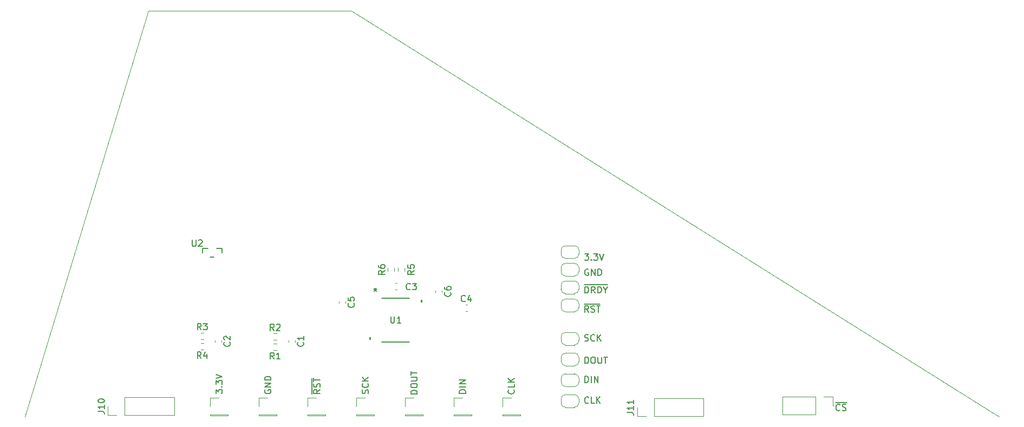
<source format=gbr>
%TF.GenerationSoftware,KiCad,Pcbnew,9.0.2*%
%TF.CreationDate,2025-09-07T15:39:00-04:00*%
%TF.ProjectId,SGTC_Center,53475443-5f43-4656-9e74-65722e6b6963,rev?*%
%TF.SameCoordinates,Original*%
%TF.FileFunction,Legend,Top*%
%TF.FilePolarity,Positive*%
%FSLAX46Y46*%
G04 Gerber Fmt 4.6, Leading zero omitted, Abs format (unit mm)*
G04 Created by KiCad (PCBNEW 9.0.2) date 2025-09-07 15:39:00*
%MOMM*%
%LPD*%
G01*
G04 APERTURE LIST*
%ADD10C,0.100000*%
%ADD11C,0.150000*%
%ADD12C,0.120000*%
%ADD13C,0.152400*%
%ADD14C,0.000000*%
%ADD15C,0.200000*%
G04 APERTURE END LIST*
D10*
X75857060Y-76584924D02*
X107607060Y-76584924D01*
X107607060Y-76584924D02*
X208925000Y-140075000D01*
X56557060Y-140084924D02*
X75857060Y-76584924D01*
D11*
X184033333Y-139059580D02*
X183985714Y-139107200D01*
X183985714Y-139107200D02*
X183842857Y-139154819D01*
X183842857Y-139154819D02*
X183747619Y-139154819D01*
X183747619Y-139154819D02*
X183604762Y-139107200D01*
X183604762Y-139107200D02*
X183509524Y-139011961D01*
X183509524Y-139011961D02*
X183461905Y-138916723D01*
X183461905Y-138916723D02*
X183414286Y-138726247D01*
X183414286Y-138726247D02*
X183414286Y-138583390D01*
X183414286Y-138583390D02*
X183461905Y-138392914D01*
X183461905Y-138392914D02*
X183509524Y-138297676D01*
X183509524Y-138297676D02*
X183604762Y-138202438D01*
X183604762Y-138202438D02*
X183747619Y-138154819D01*
X183747619Y-138154819D02*
X183842857Y-138154819D01*
X183842857Y-138154819D02*
X183985714Y-138202438D01*
X183985714Y-138202438D02*
X184033333Y-138250057D01*
X184414286Y-139107200D02*
X184557143Y-139154819D01*
X184557143Y-139154819D02*
X184795238Y-139154819D01*
X184795238Y-139154819D02*
X184890476Y-139107200D01*
X184890476Y-139107200D02*
X184938095Y-139059580D01*
X184938095Y-139059580D02*
X184985714Y-138964342D01*
X184985714Y-138964342D02*
X184985714Y-138869104D01*
X184985714Y-138869104D02*
X184938095Y-138773866D01*
X184938095Y-138773866D02*
X184890476Y-138726247D01*
X184890476Y-138726247D02*
X184795238Y-138678628D01*
X184795238Y-138678628D02*
X184604762Y-138631009D01*
X184604762Y-138631009D02*
X184509524Y-138583390D01*
X184509524Y-138583390D02*
X184461905Y-138535771D01*
X184461905Y-138535771D02*
X184414286Y-138440533D01*
X184414286Y-138440533D02*
X184414286Y-138345295D01*
X184414286Y-138345295D02*
X184461905Y-138250057D01*
X184461905Y-138250057D02*
X184509524Y-138202438D01*
X184509524Y-138202438D02*
X184604762Y-138154819D01*
X184604762Y-138154819D02*
X184842857Y-138154819D01*
X184842857Y-138154819D02*
X184985714Y-138202438D01*
X183323810Y-137877200D02*
X185076191Y-137877200D01*
X110262600Y-136490839D02*
X110310219Y-136347982D01*
X110310219Y-136347982D02*
X110310219Y-136109887D01*
X110310219Y-136109887D02*
X110262600Y-136014649D01*
X110262600Y-136014649D02*
X110214980Y-135967030D01*
X110214980Y-135967030D02*
X110119742Y-135919411D01*
X110119742Y-135919411D02*
X110024504Y-135919411D01*
X110024504Y-135919411D02*
X109929266Y-135967030D01*
X109929266Y-135967030D02*
X109881647Y-136014649D01*
X109881647Y-136014649D02*
X109834028Y-136109887D01*
X109834028Y-136109887D02*
X109786409Y-136300363D01*
X109786409Y-136300363D02*
X109738790Y-136395601D01*
X109738790Y-136395601D02*
X109691171Y-136443220D01*
X109691171Y-136443220D02*
X109595933Y-136490839D01*
X109595933Y-136490839D02*
X109500695Y-136490839D01*
X109500695Y-136490839D02*
X109405457Y-136443220D01*
X109405457Y-136443220D02*
X109357838Y-136395601D01*
X109357838Y-136395601D02*
X109310219Y-136300363D01*
X109310219Y-136300363D02*
X109310219Y-136062268D01*
X109310219Y-136062268D02*
X109357838Y-135919411D01*
X110214980Y-134919411D02*
X110262600Y-134967030D01*
X110262600Y-134967030D02*
X110310219Y-135109887D01*
X110310219Y-135109887D02*
X110310219Y-135205125D01*
X110310219Y-135205125D02*
X110262600Y-135347982D01*
X110262600Y-135347982D02*
X110167361Y-135443220D01*
X110167361Y-135443220D02*
X110072123Y-135490839D01*
X110072123Y-135490839D02*
X109881647Y-135538458D01*
X109881647Y-135538458D02*
X109738790Y-135538458D01*
X109738790Y-135538458D02*
X109548314Y-135490839D01*
X109548314Y-135490839D02*
X109453076Y-135443220D01*
X109453076Y-135443220D02*
X109357838Y-135347982D01*
X109357838Y-135347982D02*
X109310219Y-135205125D01*
X109310219Y-135205125D02*
X109310219Y-135109887D01*
X109310219Y-135109887D02*
X109357838Y-134967030D01*
X109357838Y-134967030D02*
X109405457Y-134919411D01*
X110310219Y-134490839D02*
X109310219Y-134490839D01*
X110310219Y-133919411D02*
X109738790Y-134347982D01*
X109310219Y-133919411D02*
X109881647Y-134490839D01*
X133024180Y-135914592D02*
X133071800Y-135962211D01*
X133071800Y-135962211D02*
X133119419Y-136105068D01*
X133119419Y-136105068D02*
X133119419Y-136200306D01*
X133119419Y-136200306D02*
X133071800Y-136343163D01*
X133071800Y-136343163D02*
X132976561Y-136438401D01*
X132976561Y-136438401D02*
X132881323Y-136486020D01*
X132881323Y-136486020D02*
X132690847Y-136533639D01*
X132690847Y-136533639D02*
X132547990Y-136533639D01*
X132547990Y-136533639D02*
X132357514Y-136486020D01*
X132357514Y-136486020D02*
X132262276Y-136438401D01*
X132262276Y-136438401D02*
X132167038Y-136343163D01*
X132167038Y-136343163D02*
X132119419Y-136200306D01*
X132119419Y-136200306D02*
X132119419Y-136105068D01*
X132119419Y-136105068D02*
X132167038Y-135962211D01*
X132167038Y-135962211D02*
X132214657Y-135914592D01*
X133119419Y-135009830D02*
X133119419Y-135486020D01*
X133119419Y-135486020D02*
X132119419Y-135486020D01*
X133119419Y-134676496D02*
X132119419Y-134676496D01*
X133119419Y-134105068D02*
X132547990Y-134533639D01*
X132119419Y-134105068D02*
X132690847Y-134676496D01*
X144146779Y-120769819D02*
X144146779Y-119769819D01*
X144146779Y-119769819D02*
X144384874Y-119769819D01*
X144384874Y-119769819D02*
X144527731Y-119817438D01*
X144527731Y-119817438D02*
X144622969Y-119912676D01*
X144622969Y-119912676D02*
X144670588Y-120007914D01*
X144670588Y-120007914D02*
X144718207Y-120198390D01*
X144718207Y-120198390D02*
X144718207Y-120341247D01*
X144718207Y-120341247D02*
X144670588Y-120531723D01*
X144670588Y-120531723D02*
X144622969Y-120626961D01*
X144622969Y-120626961D02*
X144527731Y-120722200D01*
X144527731Y-120722200D02*
X144384874Y-120769819D01*
X144384874Y-120769819D02*
X144146779Y-120769819D01*
X145718207Y-120769819D02*
X145384874Y-120293628D01*
X145146779Y-120769819D02*
X145146779Y-119769819D01*
X145146779Y-119769819D02*
X145527731Y-119769819D01*
X145527731Y-119769819D02*
X145622969Y-119817438D01*
X145622969Y-119817438D02*
X145670588Y-119865057D01*
X145670588Y-119865057D02*
X145718207Y-119960295D01*
X145718207Y-119960295D02*
X145718207Y-120103152D01*
X145718207Y-120103152D02*
X145670588Y-120198390D01*
X145670588Y-120198390D02*
X145622969Y-120246009D01*
X145622969Y-120246009D02*
X145527731Y-120293628D01*
X145527731Y-120293628D02*
X145146779Y-120293628D01*
X146146779Y-120769819D02*
X146146779Y-119769819D01*
X146146779Y-119769819D02*
X146384874Y-119769819D01*
X146384874Y-119769819D02*
X146527731Y-119817438D01*
X146527731Y-119817438D02*
X146622969Y-119912676D01*
X146622969Y-119912676D02*
X146670588Y-120007914D01*
X146670588Y-120007914D02*
X146718207Y-120198390D01*
X146718207Y-120198390D02*
X146718207Y-120341247D01*
X146718207Y-120341247D02*
X146670588Y-120531723D01*
X146670588Y-120531723D02*
X146622969Y-120626961D01*
X146622969Y-120626961D02*
X146527731Y-120722200D01*
X146527731Y-120722200D02*
X146384874Y-120769819D01*
X146384874Y-120769819D02*
X146146779Y-120769819D01*
X147337255Y-120293628D02*
X147337255Y-120769819D01*
X147003922Y-119769819D02*
X147337255Y-120293628D01*
X147337255Y-120293628D02*
X147670588Y-119769819D01*
X144008684Y-119492200D02*
X147665827Y-119492200D01*
X125499419Y-136443220D02*
X124499419Y-136443220D01*
X124499419Y-136443220D02*
X124499419Y-136205125D01*
X124499419Y-136205125D02*
X124547038Y-136062268D01*
X124547038Y-136062268D02*
X124642276Y-135967030D01*
X124642276Y-135967030D02*
X124737514Y-135919411D01*
X124737514Y-135919411D02*
X124927990Y-135871792D01*
X124927990Y-135871792D02*
X125070847Y-135871792D01*
X125070847Y-135871792D02*
X125261323Y-135919411D01*
X125261323Y-135919411D02*
X125356561Y-135967030D01*
X125356561Y-135967030D02*
X125451800Y-136062268D01*
X125451800Y-136062268D02*
X125499419Y-136205125D01*
X125499419Y-136205125D02*
X125499419Y-136443220D01*
X125499419Y-135443220D02*
X124499419Y-135443220D01*
X125499419Y-134967030D02*
X124499419Y-134967030D01*
X124499419Y-134967030D02*
X125499419Y-134395602D01*
X125499419Y-134395602D02*
X124499419Y-134395602D01*
X86450219Y-136479658D02*
X86450219Y-135860611D01*
X86450219Y-135860611D02*
X86831171Y-136193944D01*
X86831171Y-136193944D02*
X86831171Y-136051087D01*
X86831171Y-136051087D02*
X86878790Y-135955849D01*
X86878790Y-135955849D02*
X86926409Y-135908230D01*
X86926409Y-135908230D02*
X87021647Y-135860611D01*
X87021647Y-135860611D02*
X87259742Y-135860611D01*
X87259742Y-135860611D02*
X87354980Y-135908230D01*
X87354980Y-135908230D02*
X87402600Y-135955849D01*
X87402600Y-135955849D02*
X87450219Y-136051087D01*
X87450219Y-136051087D02*
X87450219Y-136336801D01*
X87450219Y-136336801D02*
X87402600Y-136432039D01*
X87402600Y-136432039D02*
X87354980Y-136479658D01*
X87354980Y-135432039D02*
X87402600Y-135384420D01*
X87402600Y-135384420D02*
X87450219Y-135432039D01*
X87450219Y-135432039D02*
X87402600Y-135479658D01*
X87402600Y-135479658D02*
X87354980Y-135432039D01*
X87354980Y-135432039D02*
X87450219Y-135432039D01*
X86450219Y-135051087D02*
X86450219Y-134432040D01*
X86450219Y-134432040D02*
X86831171Y-134765373D01*
X86831171Y-134765373D02*
X86831171Y-134622516D01*
X86831171Y-134622516D02*
X86878790Y-134527278D01*
X86878790Y-134527278D02*
X86926409Y-134479659D01*
X86926409Y-134479659D02*
X87021647Y-134432040D01*
X87021647Y-134432040D02*
X87259742Y-134432040D01*
X87259742Y-134432040D02*
X87354980Y-134479659D01*
X87354980Y-134479659D02*
X87402600Y-134527278D01*
X87402600Y-134527278D02*
X87450219Y-134622516D01*
X87450219Y-134622516D02*
X87450219Y-134908230D01*
X87450219Y-134908230D02*
X87402600Y-135003468D01*
X87402600Y-135003468D02*
X87354980Y-135051087D01*
X86450219Y-134146325D02*
X87450219Y-133812992D01*
X87450219Y-133812992D02*
X86450219Y-133479659D01*
X102741019Y-135871792D02*
X102264828Y-136205125D01*
X102741019Y-136443220D02*
X101741019Y-136443220D01*
X101741019Y-136443220D02*
X101741019Y-136062268D01*
X101741019Y-136062268D02*
X101788638Y-135967030D01*
X101788638Y-135967030D02*
X101836257Y-135919411D01*
X101836257Y-135919411D02*
X101931495Y-135871792D01*
X101931495Y-135871792D02*
X102074352Y-135871792D01*
X102074352Y-135871792D02*
X102169590Y-135919411D01*
X102169590Y-135919411D02*
X102217209Y-135967030D01*
X102217209Y-135967030D02*
X102264828Y-136062268D01*
X102264828Y-136062268D02*
X102264828Y-136443220D01*
X102693400Y-135490839D02*
X102741019Y-135347982D01*
X102741019Y-135347982D02*
X102741019Y-135109887D01*
X102741019Y-135109887D02*
X102693400Y-135014649D01*
X102693400Y-135014649D02*
X102645780Y-134967030D01*
X102645780Y-134967030D02*
X102550542Y-134919411D01*
X102550542Y-134919411D02*
X102455304Y-134919411D01*
X102455304Y-134919411D02*
X102360066Y-134967030D01*
X102360066Y-134967030D02*
X102312447Y-135014649D01*
X102312447Y-135014649D02*
X102264828Y-135109887D01*
X102264828Y-135109887D02*
X102217209Y-135300363D01*
X102217209Y-135300363D02*
X102169590Y-135395601D01*
X102169590Y-135395601D02*
X102121971Y-135443220D01*
X102121971Y-135443220D02*
X102026733Y-135490839D01*
X102026733Y-135490839D02*
X101931495Y-135490839D01*
X101931495Y-135490839D02*
X101836257Y-135443220D01*
X101836257Y-135443220D02*
X101788638Y-135395601D01*
X101788638Y-135395601D02*
X101741019Y-135300363D01*
X101741019Y-135300363D02*
X101741019Y-135062268D01*
X101741019Y-135062268D02*
X101788638Y-134919411D01*
X101741019Y-134633696D02*
X101741019Y-134062268D01*
X102741019Y-134347982D02*
X101741019Y-134347982D01*
X101463400Y-136581316D02*
X101463400Y-134067030D01*
X144670588Y-117067438D02*
X144575350Y-117019819D01*
X144575350Y-117019819D02*
X144432493Y-117019819D01*
X144432493Y-117019819D02*
X144289636Y-117067438D01*
X144289636Y-117067438D02*
X144194398Y-117162676D01*
X144194398Y-117162676D02*
X144146779Y-117257914D01*
X144146779Y-117257914D02*
X144099160Y-117448390D01*
X144099160Y-117448390D02*
X144099160Y-117591247D01*
X144099160Y-117591247D02*
X144146779Y-117781723D01*
X144146779Y-117781723D02*
X144194398Y-117876961D01*
X144194398Y-117876961D02*
X144289636Y-117972200D01*
X144289636Y-117972200D02*
X144432493Y-118019819D01*
X144432493Y-118019819D02*
X144527731Y-118019819D01*
X144527731Y-118019819D02*
X144670588Y-117972200D01*
X144670588Y-117972200D02*
X144718207Y-117924580D01*
X144718207Y-117924580D02*
X144718207Y-117591247D01*
X144718207Y-117591247D02*
X144527731Y-117591247D01*
X145146779Y-118019819D02*
X145146779Y-117019819D01*
X145146779Y-117019819D02*
X145718207Y-118019819D01*
X145718207Y-118019819D02*
X145718207Y-117019819D01*
X146194398Y-118019819D02*
X146194398Y-117019819D01*
X146194398Y-117019819D02*
X146432493Y-117019819D01*
X146432493Y-117019819D02*
X146575350Y-117067438D01*
X146575350Y-117067438D02*
X146670588Y-117162676D01*
X146670588Y-117162676D02*
X146718207Y-117257914D01*
X146718207Y-117257914D02*
X146765826Y-117448390D01*
X146765826Y-117448390D02*
X146765826Y-117591247D01*
X146765826Y-117591247D02*
X146718207Y-117781723D01*
X146718207Y-117781723D02*
X146670588Y-117876961D01*
X146670588Y-117876961D02*
X146575350Y-117972200D01*
X146575350Y-117972200D02*
X146432493Y-118019819D01*
X146432493Y-118019819D02*
X146194398Y-118019819D01*
X144146779Y-131769819D02*
X144146779Y-130769819D01*
X144146779Y-130769819D02*
X144384874Y-130769819D01*
X144384874Y-130769819D02*
X144527731Y-130817438D01*
X144527731Y-130817438D02*
X144622969Y-130912676D01*
X144622969Y-130912676D02*
X144670588Y-131007914D01*
X144670588Y-131007914D02*
X144718207Y-131198390D01*
X144718207Y-131198390D02*
X144718207Y-131341247D01*
X144718207Y-131341247D02*
X144670588Y-131531723D01*
X144670588Y-131531723D02*
X144622969Y-131626961D01*
X144622969Y-131626961D02*
X144527731Y-131722200D01*
X144527731Y-131722200D02*
X144384874Y-131769819D01*
X144384874Y-131769819D02*
X144146779Y-131769819D01*
X145337255Y-130769819D02*
X145527731Y-130769819D01*
X145527731Y-130769819D02*
X145622969Y-130817438D01*
X145622969Y-130817438D02*
X145718207Y-130912676D01*
X145718207Y-130912676D02*
X145765826Y-131103152D01*
X145765826Y-131103152D02*
X145765826Y-131436485D01*
X145765826Y-131436485D02*
X145718207Y-131626961D01*
X145718207Y-131626961D02*
X145622969Y-131722200D01*
X145622969Y-131722200D02*
X145527731Y-131769819D01*
X145527731Y-131769819D02*
X145337255Y-131769819D01*
X145337255Y-131769819D02*
X145242017Y-131722200D01*
X145242017Y-131722200D02*
X145146779Y-131626961D01*
X145146779Y-131626961D02*
X145099160Y-131436485D01*
X145099160Y-131436485D02*
X145099160Y-131103152D01*
X145099160Y-131103152D02*
X145146779Y-130912676D01*
X145146779Y-130912676D02*
X145242017Y-130817438D01*
X145242017Y-130817438D02*
X145337255Y-130769819D01*
X146194398Y-130769819D02*
X146194398Y-131579342D01*
X146194398Y-131579342D02*
X146242017Y-131674580D01*
X146242017Y-131674580D02*
X146289636Y-131722200D01*
X146289636Y-131722200D02*
X146384874Y-131769819D01*
X146384874Y-131769819D02*
X146575350Y-131769819D01*
X146575350Y-131769819D02*
X146670588Y-131722200D01*
X146670588Y-131722200D02*
X146718207Y-131674580D01*
X146718207Y-131674580D02*
X146765826Y-131579342D01*
X146765826Y-131579342D02*
X146765826Y-130769819D01*
X147099160Y-130769819D02*
X147670588Y-130769819D01*
X147384874Y-131769819D02*
X147384874Y-130769819D01*
X144146779Y-134769819D02*
X144146779Y-133769819D01*
X144146779Y-133769819D02*
X144384874Y-133769819D01*
X144384874Y-133769819D02*
X144527731Y-133817438D01*
X144527731Y-133817438D02*
X144622969Y-133912676D01*
X144622969Y-133912676D02*
X144670588Y-134007914D01*
X144670588Y-134007914D02*
X144718207Y-134198390D01*
X144718207Y-134198390D02*
X144718207Y-134341247D01*
X144718207Y-134341247D02*
X144670588Y-134531723D01*
X144670588Y-134531723D02*
X144622969Y-134626961D01*
X144622969Y-134626961D02*
X144527731Y-134722200D01*
X144527731Y-134722200D02*
X144384874Y-134769819D01*
X144384874Y-134769819D02*
X144146779Y-134769819D01*
X145146779Y-134769819D02*
X145146779Y-133769819D01*
X145622969Y-134769819D02*
X145622969Y-133769819D01*
X145622969Y-133769819D02*
X146194397Y-134769819D01*
X146194397Y-134769819D02*
X146194397Y-133769819D01*
X144101541Y-114619819D02*
X144720588Y-114619819D01*
X144720588Y-114619819D02*
X144387255Y-115000771D01*
X144387255Y-115000771D02*
X144530112Y-115000771D01*
X144530112Y-115000771D02*
X144625350Y-115048390D01*
X144625350Y-115048390D02*
X144672969Y-115096009D01*
X144672969Y-115096009D02*
X144720588Y-115191247D01*
X144720588Y-115191247D02*
X144720588Y-115429342D01*
X144720588Y-115429342D02*
X144672969Y-115524580D01*
X144672969Y-115524580D02*
X144625350Y-115572200D01*
X144625350Y-115572200D02*
X144530112Y-115619819D01*
X144530112Y-115619819D02*
X144244398Y-115619819D01*
X144244398Y-115619819D02*
X144149160Y-115572200D01*
X144149160Y-115572200D02*
X144101541Y-115524580D01*
X145149160Y-115524580D02*
X145196779Y-115572200D01*
X145196779Y-115572200D02*
X145149160Y-115619819D01*
X145149160Y-115619819D02*
X145101541Y-115572200D01*
X145101541Y-115572200D02*
X145149160Y-115524580D01*
X145149160Y-115524580D02*
X145149160Y-115619819D01*
X145530112Y-114619819D02*
X146149159Y-114619819D01*
X146149159Y-114619819D02*
X145815826Y-115000771D01*
X145815826Y-115000771D02*
X145958683Y-115000771D01*
X145958683Y-115000771D02*
X146053921Y-115048390D01*
X146053921Y-115048390D02*
X146101540Y-115096009D01*
X146101540Y-115096009D02*
X146149159Y-115191247D01*
X146149159Y-115191247D02*
X146149159Y-115429342D01*
X146149159Y-115429342D02*
X146101540Y-115524580D01*
X146101540Y-115524580D02*
X146053921Y-115572200D01*
X146053921Y-115572200D02*
X145958683Y-115619819D01*
X145958683Y-115619819D02*
X145672969Y-115619819D01*
X145672969Y-115619819D02*
X145577731Y-115572200D01*
X145577731Y-115572200D02*
X145530112Y-115524580D01*
X146434874Y-114619819D02*
X146768207Y-115619819D01*
X146768207Y-115619819D02*
X147101540Y-114619819D01*
X144099160Y-128222200D02*
X144242017Y-128269819D01*
X144242017Y-128269819D02*
X144480112Y-128269819D01*
X144480112Y-128269819D02*
X144575350Y-128222200D01*
X144575350Y-128222200D02*
X144622969Y-128174580D01*
X144622969Y-128174580D02*
X144670588Y-128079342D01*
X144670588Y-128079342D02*
X144670588Y-127984104D01*
X144670588Y-127984104D02*
X144622969Y-127888866D01*
X144622969Y-127888866D02*
X144575350Y-127841247D01*
X144575350Y-127841247D02*
X144480112Y-127793628D01*
X144480112Y-127793628D02*
X144289636Y-127746009D01*
X144289636Y-127746009D02*
X144194398Y-127698390D01*
X144194398Y-127698390D02*
X144146779Y-127650771D01*
X144146779Y-127650771D02*
X144099160Y-127555533D01*
X144099160Y-127555533D02*
X144099160Y-127460295D01*
X144099160Y-127460295D02*
X144146779Y-127365057D01*
X144146779Y-127365057D02*
X144194398Y-127317438D01*
X144194398Y-127317438D02*
X144289636Y-127269819D01*
X144289636Y-127269819D02*
X144527731Y-127269819D01*
X144527731Y-127269819D02*
X144670588Y-127317438D01*
X145670588Y-128174580D02*
X145622969Y-128222200D01*
X145622969Y-128222200D02*
X145480112Y-128269819D01*
X145480112Y-128269819D02*
X145384874Y-128269819D01*
X145384874Y-128269819D02*
X145242017Y-128222200D01*
X145242017Y-128222200D02*
X145146779Y-128126961D01*
X145146779Y-128126961D02*
X145099160Y-128031723D01*
X145099160Y-128031723D02*
X145051541Y-127841247D01*
X145051541Y-127841247D02*
X145051541Y-127698390D01*
X145051541Y-127698390D02*
X145099160Y-127507914D01*
X145099160Y-127507914D02*
X145146779Y-127412676D01*
X145146779Y-127412676D02*
X145242017Y-127317438D01*
X145242017Y-127317438D02*
X145384874Y-127269819D01*
X145384874Y-127269819D02*
X145480112Y-127269819D01*
X145480112Y-127269819D02*
X145622969Y-127317438D01*
X145622969Y-127317438D02*
X145670588Y-127365057D01*
X146099160Y-128269819D02*
X146099160Y-127269819D01*
X146670588Y-128269819D02*
X146242017Y-127698390D01*
X146670588Y-127269819D02*
X146099160Y-127841247D01*
X144718207Y-137924580D02*
X144670588Y-137972200D01*
X144670588Y-137972200D02*
X144527731Y-138019819D01*
X144527731Y-138019819D02*
X144432493Y-138019819D01*
X144432493Y-138019819D02*
X144289636Y-137972200D01*
X144289636Y-137972200D02*
X144194398Y-137876961D01*
X144194398Y-137876961D02*
X144146779Y-137781723D01*
X144146779Y-137781723D02*
X144099160Y-137591247D01*
X144099160Y-137591247D02*
X144099160Y-137448390D01*
X144099160Y-137448390D02*
X144146779Y-137257914D01*
X144146779Y-137257914D02*
X144194398Y-137162676D01*
X144194398Y-137162676D02*
X144289636Y-137067438D01*
X144289636Y-137067438D02*
X144432493Y-137019819D01*
X144432493Y-137019819D02*
X144527731Y-137019819D01*
X144527731Y-137019819D02*
X144670588Y-137067438D01*
X144670588Y-137067438D02*
X144718207Y-137115057D01*
X145622969Y-138019819D02*
X145146779Y-138019819D01*
X145146779Y-138019819D02*
X145146779Y-137019819D01*
X145956303Y-138019819D02*
X145956303Y-137019819D01*
X146527731Y-138019819D02*
X146099160Y-137448390D01*
X146527731Y-137019819D02*
X145956303Y-137591247D01*
X144718207Y-123769819D02*
X144384874Y-123293628D01*
X144146779Y-123769819D02*
X144146779Y-122769819D01*
X144146779Y-122769819D02*
X144527731Y-122769819D01*
X144527731Y-122769819D02*
X144622969Y-122817438D01*
X144622969Y-122817438D02*
X144670588Y-122865057D01*
X144670588Y-122865057D02*
X144718207Y-122960295D01*
X144718207Y-122960295D02*
X144718207Y-123103152D01*
X144718207Y-123103152D02*
X144670588Y-123198390D01*
X144670588Y-123198390D02*
X144622969Y-123246009D01*
X144622969Y-123246009D02*
X144527731Y-123293628D01*
X144527731Y-123293628D02*
X144146779Y-123293628D01*
X145099160Y-123722200D02*
X145242017Y-123769819D01*
X145242017Y-123769819D02*
X145480112Y-123769819D01*
X145480112Y-123769819D02*
X145575350Y-123722200D01*
X145575350Y-123722200D02*
X145622969Y-123674580D01*
X145622969Y-123674580D02*
X145670588Y-123579342D01*
X145670588Y-123579342D02*
X145670588Y-123484104D01*
X145670588Y-123484104D02*
X145622969Y-123388866D01*
X145622969Y-123388866D02*
X145575350Y-123341247D01*
X145575350Y-123341247D02*
X145480112Y-123293628D01*
X145480112Y-123293628D02*
X145289636Y-123246009D01*
X145289636Y-123246009D02*
X145194398Y-123198390D01*
X145194398Y-123198390D02*
X145146779Y-123150771D01*
X145146779Y-123150771D02*
X145099160Y-123055533D01*
X145099160Y-123055533D02*
X145099160Y-122960295D01*
X145099160Y-122960295D02*
X145146779Y-122865057D01*
X145146779Y-122865057D02*
X145194398Y-122817438D01*
X145194398Y-122817438D02*
X145289636Y-122769819D01*
X145289636Y-122769819D02*
X145527731Y-122769819D01*
X145527731Y-122769819D02*
X145670588Y-122817438D01*
X145956303Y-122769819D02*
X146527731Y-122769819D01*
X146242017Y-123769819D02*
X146242017Y-122769819D01*
X144008684Y-122492200D02*
X146522970Y-122492200D01*
X117930219Y-136536820D02*
X116930219Y-136536820D01*
X116930219Y-136536820D02*
X116930219Y-136298725D01*
X116930219Y-136298725D02*
X116977838Y-136155868D01*
X116977838Y-136155868D02*
X117073076Y-136060630D01*
X117073076Y-136060630D02*
X117168314Y-136013011D01*
X117168314Y-136013011D02*
X117358790Y-135965392D01*
X117358790Y-135965392D02*
X117501647Y-135965392D01*
X117501647Y-135965392D02*
X117692123Y-136013011D01*
X117692123Y-136013011D02*
X117787361Y-136060630D01*
X117787361Y-136060630D02*
X117882600Y-136155868D01*
X117882600Y-136155868D02*
X117930219Y-136298725D01*
X117930219Y-136298725D02*
X117930219Y-136536820D01*
X116930219Y-135346344D02*
X116930219Y-135155868D01*
X116930219Y-135155868D02*
X116977838Y-135060630D01*
X116977838Y-135060630D02*
X117073076Y-134965392D01*
X117073076Y-134965392D02*
X117263552Y-134917773D01*
X117263552Y-134917773D02*
X117596885Y-134917773D01*
X117596885Y-134917773D02*
X117787361Y-134965392D01*
X117787361Y-134965392D02*
X117882600Y-135060630D01*
X117882600Y-135060630D02*
X117930219Y-135155868D01*
X117930219Y-135155868D02*
X117930219Y-135346344D01*
X117930219Y-135346344D02*
X117882600Y-135441582D01*
X117882600Y-135441582D02*
X117787361Y-135536820D01*
X117787361Y-135536820D02*
X117596885Y-135584439D01*
X117596885Y-135584439D02*
X117263552Y-135584439D01*
X117263552Y-135584439D02*
X117073076Y-135536820D01*
X117073076Y-135536820D02*
X116977838Y-135441582D01*
X116977838Y-135441582D02*
X116930219Y-135346344D01*
X116930219Y-134489201D02*
X117739742Y-134489201D01*
X117739742Y-134489201D02*
X117834980Y-134441582D01*
X117834980Y-134441582D02*
X117882600Y-134393963D01*
X117882600Y-134393963D02*
X117930219Y-134298725D01*
X117930219Y-134298725D02*
X117930219Y-134108249D01*
X117930219Y-134108249D02*
X117882600Y-134013011D01*
X117882600Y-134013011D02*
X117834980Y-133965392D01*
X117834980Y-133965392D02*
X117739742Y-133917773D01*
X117739742Y-133917773D02*
X116930219Y-133917773D01*
X116930219Y-133584439D02*
X116930219Y-133013011D01*
X117930219Y-133298725D02*
X116930219Y-133298725D01*
X94117838Y-135919411D02*
X94070219Y-136014649D01*
X94070219Y-136014649D02*
X94070219Y-136157506D01*
X94070219Y-136157506D02*
X94117838Y-136300363D01*
X94117838Y-136300363D02*
X94213076Y-136395601D01*
X94213076Y-136395601D02*
X94308314Y-136443220D01*
X94308314Y-136443220D02*
X94498790Y-136490839D01*
X94498790Y-136490839D02*
X94641647Y-136490839D01*
X94641647Y-136490839D02*
X94832123Y-136443220D01*
X94832123Y-136443220D02*
X94927361Y-136395601D01*
X94927361Y-136395601D02*
X95022600Y-136300363D01*
X95022600Y-136300363D02*
X95070219Y-136157506D01*
X95070219Y-136157506D02*
X95070219Y-136062268D01*
X95070219Y-136062268D02*
X95022600Y-135919411D01*
X95022600Y-135919411D02*
X94974980Y-135871792D01*
X94974980Y-135871792D02*
X94641647Y-135871792D01*
X94641647Y-135871792D02*
X94641647Y-136062268D01*
X95070219Y-135443220D02*
X94070219Y-135443220D01*
X94070219Y-135443220D02*
X95070219Y-134871792D01*
X95070219Y-134871792D02*
X94070219Y-134871792D01*
X95070219Y-134395601D02*
X94070219Y-134395601D01*
X94070219Y-134395601D02*
X94070219Y-134157506D01*
X94070219Y-134157506D02*
X94117838Y-134014649D01*
X94117838Y-134014649D02*
X94213076Y-133919411D01*
X94213076Y-133919411D02*
X94308314Y-133871792D01*
X94308314Y-133871792D02*
X94498790Y-133824173D01*
X94498790Y-133824173D02*
X94641647Y-133824173D01*
X94641647Y-133824173D02*
X94832123Y-133871792D01*
X94832123Y-133871792D02*
X94927361Y-133919411D01*
X94927361Y-133919411D02*
X95022600Y-134014649D01*
X95022600Y-134014649D02*
X95070219Y-134157506D01*
X95070219Y-134157506D02*
X95070219Y-134395601D01*
X150764819Y-139459523D02*
X151479104Y-139459523D01*
X151479104Y-139459523D02*
X151621961Y-139507142D01*
X151621961Y-139507142D02*
X151717200Y-139602380D01*
X151717200Y-139602380D02*
X151764819Y-139745237D01*
X151764819Y-139745237D02*
X151764819Y-139840475D01*
X151764819Y-138459523D02*
X151764819Y-139030951D01*
X151764819Y-138745237D02*
X150764819Y-138745237D01*
X150764819Y-138745237D02*
X150907676Y-138840475D01*
X150907676Y-138840475D02*
X151002914Y-138935713D01*
X151002914Y-138935713D02*
X151050533Y-139030951D01*
X151764819Y-137507142D02*
X151764819Y-138078570D01*
X151764819Y-137792856D02*
X150764819Y-137792856D01*
X150764819Y-137792856D02*
X150907676Y-137888094D01*
X150907676Y-137888094D02*
X151002914Y-137983332D01*
X151002914Y-137983332D02*
X151050533Y-138078570D01*
X68014819Y-139284523D02*
X68729104Y-139284523D01*
X68729104Y-139284523D02*
X68871961Y-139332142D01*
X68871961Y-139332142D02*
X68967200Y-139427380D01*
X68967200Y-139427380D02*
X69014819Y-139570237D01*
X69014819Y-139570237D02*
X69014819Y-139665475D01*
X69014819Y-138284523D02*
X69014819Y-138855951D01*
X69014819Y-138570237D02*
X68014819Y-138570237D01*
X68014819Y-138570237D02*
X68157676Y-138665475D01*
X68157676Y-138665475D02*
X68252914Y-138760713D01*
X68252914Y-138760713D02*
X68300533Y-138855951D01*
X68014819Y-137665475D02*
X68014819Y-137570237D01*
X68014819Y-137570237D02*
X68062438Y-137474999D01*
X68062438Y-137474999D02*
X68110057Y-137427380D01*
X68110057Y-137427380D02*
X68205295Y-137379761D01*
X68205295Y-137379761D02*
X68395771Y-137332142D01*
X68395771Y-137332142D02*
X68633866Y-137332142D01*
X68633866Y-137332142D02*
X68824342Y-137379761D01*
X68824342Y-137379761D02*
X68919580Y-137427380D01*
X68919580Y-137427380D02*
X68967200Y-137474999D01*
X68967200Y-137474999D02*
X69014819Y-137570237D01*
X69014819Y-137570237D02*
X69014819Y-137665475D01*
X69014819Y-137665475D02*
X68967200Y-137760713D01*
X68967200Y-137760713D02*
X68919580Y-137808332D01*
X68919580Y-137808332D02*
X68824342Y-137855951D01*
X68824342Y-137855951D02*
X68633866Y-137903570D01*
X68633866Y-137903570D02*
X68395771Y-137903570D01*
X68395771Y-137903570D02*
X68205295Y-137855951D01*
X68205295Y-137855951D02*
X68110057Y-137808332D01*
X68110057Y-137808332D02*
X68062438Y-137760713D01*
X68062438Y-137760713D02*
X68014819Y-137665475D01*
X100099580Y-128466666D02*
X100147200Y-128514285D01*
X100147200Y-128514285D02*
X100194819Y-128657142D01*
X100194819Y-128657142D02*
X100194819Y-128752380D01*
X100194819Y-128752380D02*
X100147200Y-128895237D01*
X100147200Y-128895237D02*
X100051961Y-128990475D01*
X100051961Y-128990475D02*
X99956723Y-129038094D01*
X99956723Y-129038094D02*
X99766247Y-129085713D01*
X99766247Y-129085713D02*
X99623390Y-129085713D01*
X99623390Y-129085713D02*
X99432914Y-129038094D01*
X99432914Y-129038094D02*
X99337676Y-128990475D01*
X99337676Y-128990475D02*
X99242438Y-128895237D01*
X99242438Y-128895237D02*
X99194819Y-128752380D01*
X99194819Y-128752380D02*
X99194819Y-128657142D01*
X99194819Y-128657142D02*
X99242438Y-128514285D01*
X99242438Y-128514285D02*
X99290057Y-128466666D01*
X100194819Y-127514285D02*
X100194819Y-128085713D01*
X100194819Y-127799999D02*
X99194819Y-127799999D01*
X99194819Y-127799999D02*
X99337676Y-127895237D01*
X99337676Y-127895237D02*
X99432914Y-127990475D01*
X99432914Y-127990475D02*
X99480533Y-128085713D01*
X84143333Y-130984819D02*
X83810000Y-130508628D01*
X83571905Y-130984819D02*
X83571905Y-129984819D01*
X83571905Y-129984819D02*
X83952857Y-129984819D01*
X83952857Y-129984819D02*
X84048095Y-130032438D01*
X84048095Y-130032438D02*
X84095714Y-130080057D01*
X84095714Y-130080057D02*
X84143333Y-130175295D01*
X84143333Y-130175295D02*
X84143333Y-130318152D01*
X84143333Y-130318152D02*
X84095714Y-130413390D01*
X84095714Y-130413390D02*
X84048095Y-130461009D01*
X84048095Y-130461009D02*
X83952857Y-130508628D01*
X83952857Y-130508628D02*
X83571905Y-130508628D01*
X85000476Y-130318152D02*
X85000476Y-130984819D01*
X84762381Y-129937200D02*
X84524286Y-130651485D01*
X84524286Y-130651485D02*
X85143333Y-130651485D01*
X88599580Y-128466666D02*
X88647200Y-128514285D01*
X88647200Y-128514285D02*
X88694819Y-128657142D01*
X88694819Y-128657142D02*
X88694819Y-128752380D01*
X88694819Y-128752380D02*
X88647200Y-128895237D01*
X88647200Y-128895237D02*
X88551961Y-128990475D01*
X88551961Y-128990475D02*
X88456723Y-129038094D01*
X88456723Y-129038094D02*
X88266247Y-129085713D01*
X88266247Y-129085713D02*
X88123390Y-129085713D01*
X88123390Y-129085713D02*
X87932914Y-129038094D01*
X87932914Y-129038094D02*
X87837676Y-128990475D01*
X87837676Y-128990475D02*
X87742438Y-128895237D01*
X87742438Y-128895237D02*
X87694819Y-128752380D01*
X87694819Y-128752380D02*
X87694819Y-128657142D01*
X87694819Y-128657142D02*
X87742438Y-128514285D01*
X87742438Y-128514285D02*
X87790057Y-128466666D01*
X87790057Y-128085713D02*
X87742438Y-128038094D01*
X87742438Y-128038094D02*
X87694819Y-127942856D01*
X87694819Y-127942856D02*
X87694819Y-127704761D01*
X87694819Y-127704761D02*
X87742438Y-127609523D01*
X87742438Y-127609523D02*
X87790057Y-127561904D01*
X87790057Y-127561904D02*
X87885295Y-127514285D01*
X87885295Y-127514285D02*
X87980533Y-127514285D01*
X87980533Y-127514285D02*
X88123390Y-127561904D01*
X88123390Y-127561904D02*
X88694819Y-128133332D01*
X88694819Y-128133332D02*
X88694819Y-127514285D01*
X125443333Y-122029580D02*
X125395714Y-122077200D01*
X125395714Y-122077200D02*
X125252857Y-122124819D01*
X125252857Y-122124819D02*
X125157619Y-122124819D01*
X125157619Y-122124819D02*
X125014762Y-122077200D01*
X125014762Y-122077200D02*
X124919524Y-121981961D01*
X124919524Y-121981961D02*
X124871905Y-121886723D01*
X124871905Y-121886723D02*
X124824286Y-121696247D01*
X124824286Y-121696247D02*
X124824286Y-121553390D01*
X124824286Y-121553390D02*
X124871905Y-121362914D01*
X124871905Y-121362914D02*
X124919524Y-121267676D01*
X124919524Y-121267676D02*
X125014762Y-121172438D01*
X125014762Y-121172438D02*
X125157619Y-121124819D01*
X125157619Y-121124819D02*
X125252857Y-121124819D01*
X125252857Y-121124819D02*
X125395714Y-121172438D01*
X125395714Y-121172438D02*
X125443333Y-121220057D01*
X126300476Y-121458152D02*
X126300476Y-122124819D01*
X126062381Y-121077200D02*
X125824286Y-121791485D01*
X125824286Y-121791485D02*
X126443333Y-121791485D01*
X113800845Y-124429821D02*
X113800845Y-125239344D01*
X113800845Y-125239344D02*
X113848464Y-125334582D01*
X113848464Y-125334582D02*
X113896083Y-125382202D01*
X113896083Y-125382202D02*
X113991321Y-125429821D01*
X113991321Y-125429821D02*
X114181797Y-125429821D01*
X114181797Y-125429821D02*
X114277035Y-125382202D01*
X114277035Y-125382202D02*
X114324654Y-125334582D01*
X114324654Y-125334582D02*
X114372273Y-125239344D01*
X114372273Y-125239344D02*
X114372273Y-124429821D01*
X115372273Y-125429821D02*
X114800845Y-125429821D01*
X115086559Y-125429821D02*
X115086559Y-124429821D01*
X115086559Y-124429821D02*
X114991321Y-124572678D01*
X114991321Y-124572678D02*
X114896083Y-124667916D01*
X114896083Y-124667916D02*
X114800845Y-124715535D01*
X111356000Y-120006220D02*
X111356000Y-120244315D01*
X111117905Y-120149077D02*
X111356000Y-120244315D01*
X111356000Y-120244315D02*
X111594095Y-120149077D01*
X111213143Y-120434791D02*
X111356000Y-120244315D01*
X111356000Y-120244315D02*
X111498857Y-120434791D01*
X117464819Y-117266666D02*
X116988628Y-117599999D01*
X117464819Y-117838094D02*
X116464819Y-117838094D01*
X116464819Y-117838094D02*
X116464819Y-117457142D01*
X116464819Y-117457142D02*
X116512438Y-117361904D01*
X116512438Y-117361904D02*
X116560057Y-117314285D01*
X116560057Y-117314285D02*
X116655295Y-117266666D01*
X116655295Y-117266666D02*
X116798152Y-117266666D01*
X116798152Y-117266666D02*
X116893390Y-117314285D01*
X116893390Y-117314285D02*
X116941009Y-117361904D01*
X116941009Y-117361904D02*
X116988628Y-117457142D01*
X116988628Y-117457142D02*
X116988628Y-117838094D01*
X116464819Y-116361904D02*
X116464819Y-116838094D01*
X116464819Y-116838094D02*
X116941009Y-116885713D01*
X116941009Y-116885713D02*
X116893390Y-116838094D01*
X116893390Y-116838094D02*
X116845771Y-116742856D01*
X116845771Y-116742856D02*
X116845771Y-116504761D01*
X116845771Y-116504761D02*
X116893390Y-116409523D01*
X116893390Y-116409523D02*
X116941009Y-116361904D01*
X116941009Y-116361904D02*
X117036247Y-116314285D01*
X117036247Y-116314285D02*
X117274342Y-116314285D01*
X117274342Y-116314285D02*
X117369580Y-116361904D01*
X117369580Y-116361904D02*
X117417200Y-116409523D01*
X117417200Y-116409523D02*
X117464819Y-116504761D01*
X117464819Y-116504761D02*
X117464819Y-116742856D01*
X117464819Y-116742856D02*
X117417200Y-116838094D01*
X117417200Y-116838094D02*
X117369580Y-116885713D01*
X82748095Y-112454819D02*
X82748095Y-113264342D01*
X82748095Y-113264342D02*
X82795714Y-113359580D01*
X82795714Y-113359580D02*
X82843333Y-113407200D01*
X82843333Y-113407200D02*
X82938571Y-113454819D01*
X82938571Y-113454819D02*
X83129047Y-113454819D01*
X83129047Y-113454819D02*
X83224285Y-113407200D01*
X83224285Y-113407200D02*
X83271904Y-113359580D01*
X83271904Y-113359580D02*
X83319523Y-113264342D01*
X83319523Y-113264342D02*
X83319523Y-112454819D01*
X83748095Y-112550057D02*
X83795714Y-112502438D01*
X83795714Y-112502438D02*
X83890952Y-112454819D01*
X83890952Y-112454819D02*
X84129047Y-112454819D01*
X84129047Y-112454819D02*
X84224285Y-112502438D01*
X84224285Y-112502438D02*
X84271904Y-112550057D01*
X84271904Y-112550057D02*
X84319523Y-112645295D01*
X84319523Y-112645295D02*
X84319523Y-112740533D01*
X84319523Y-112740533D02*
X84271904Y-112883390D01*
X84271904Y-112883390D02*
X83700476Y-113454819D01*
X83700476Y-113454819D02*
X84319523Y-113454819D01*
X112864819Y-117266666D02*
X112388628Y-117599999D01*
X112864819Y-117838094D02*
X111864819Y-117838094D01*
X111864819Y-117838094D02*
X111864819Y-117457142D01*
X111864819Y-117457142D02*
X111912438Y-117361904D01*
X111912438Y-117361904D02*
X111960057Y-117314285D01*
X111960057Y-117314285D02*
X112055295Y-117266666D01*
X112055295Y-117266666D02*
X112198152Y-117266666D01*
X112198152Y-117266666D02*
X112293390Y-117314285D01*
X112293390Y-117314285D02*
X112341009Y-117361904D01*
X112341009Y-117361904D02*
X112388628Y-117457142D01*
X112388628Y-117457142D02*
X112388628Y-117838094D01*
X111864819Y-116409523D02*
X111864819Y-116599999D01*
X111864819Y-116599999D02*
X111912438Y-116695237D01*
X111912438Y-116695237D02*
X111960057Y-116742856D01*
X111960057Y-116742856D02*
X112102914Y-116838094D01*
X112102914Y-116838094D02*
X112293390Y-116885713D01*
X112293390Y-116885713D02*
X112674342Y-116885713D01*
X112674342Y-116885713D02*
X112769580Y-116838094D01*
X112769580Y-116838094D02*
X112817200Y-116790475D01*
X112817200Y-116790475D02*
X112864819Y-116695237D01*
X112864819Y-116695237D02*
X112864819Y-116504761D01*
X112864819Y-116504761D02*
X112817200Y-116409523D01*
X112817200Y-116409523D02*
X112769580Y-116361904D01*
X112769580Y-116361904D02*
X112674342Y-116314285D01*
X112674342Y-116314285D02*
X112436247Y-116314285D01*
X112436247Y-116314285D02*
X112341009Y-116361904D01*
X112341009Y-116361904D02*
X112293390Y-116409523D01*
X112293390Y-116409523D02*
X112245771Y-116504761D01*
X112245771Y-116504761D02*
X112245771Y-116695237D01*
X112245771Y-116695237D02*
X112293390Y-116790475D01*
X112293390Y-116790475D02*
X112341009Y-116838094D01*
X112341009Y-116838094D02*
X112436247Y-116885713D01*
X84143333Y-126524819D02*
X83810000Y-126048628D01*
X83571905Y-126524819D02*
X83571905Y-125524819D01*
X83571905Y-125524819D02*
X83952857Y-125524819D01*
X83952857Y-125524819D02*
X84048095Y-125572438D01*
X84048095Y-125572438D02*
X84095714Y-125620057D01*
X84095714Y-125620057D02*
X84143333Y-125715295D01*
X84143333Y-125715295D02*
X84143333Y-125858152D01*
X84143333Y-125858152D02*
X84095714Y-125953390D01*
X84095714Y-125953390D02*
X84048095Y-126001009D01*
X84048095Y-126001009D02*
X83952857Y-126048628D01*
X83952857Y-126048628D02*
X83571905Y-126048628D01*
X84476667Y-125524819D02*
X85095714Y-125524819D01*
X85095714Y-125524819D02*
X84762381Y-125905771D01*
X84762381Y-125905771D02*
X84905238Y-125905771D01*
X84905238Y-125905771D02*
X85000476Y-125953390D01*
X85000476Y-125953390D02*
X85048095Y-126001009D01*
X85048095Y-126001009D02*
X85095714Y-126096247D01*
X85095714Y-126096247D02*
X85095714Y-126334342D01*
X85095714Y-126334342D02*
X85048095Y-126429580D01*
X85048095Y-126429580D02*
X85000476Y-126477200D01*
X85000476Y-126477200D02*
X84905238Y-126524819D01*
X84905238Y-126524819D02*
X84619524Y-126524819D01*
X84619524Y-126524819D02*
X84524286Y-126477200D01*
X84524286Y-126477200D02*
X84476667Y-126429580D01*
X107999580Y-122366666D02*
X108047200Y-122414285D01*
X108047200Y-122414285D02*
X108094819Y-122557142D01*
X108094819Y-122557142D02*
X108094819Y-122652380D01*
X108094819Y-122652380D02*
X108047200Y-122795237D01*
X108047200Y-122795237D02*
X107951961Y-122890475D01*
X107951961Y-122890475D02*
X107856723Y-122938094D01*
X107856723Y-122938094D02*
X107666247Y-122985713D01*
X107666247Y-122985713D02*
X107523390Y-122985713D01*
X107523390Y-122985713D02*
X107332914Y-122938094D01*
X107332914Y-122938094D02*
X107237676Y-122890475D01*
X107237676Y-122890475D02*
X107142438Y-122795237D01*
X107142438Y-122795237D02*
X107094819Y-122652380D01*
X107094819Y-122652380D02*
X107094819Y-122557142D01*
X107094819Y-122557142D02*
X107142438Y-122414285D01*
X107142438Y-122414285D02*
X107190057Y-122366666D01*
X107094819Y-121461904D02*
X107094819Y-121938094D01*
X107094819Y-121938094D02*
X107571009Y-121985713D01*
X107571009Y-121985713D02*
X107523390Y-121938094D01*
X107523390Y-121938094D02*
X107475771Y-121842856D01*
X107475771Y-121842856D02*
X107475771Y-121604761D01*
X107475771Y-121604761D02*
X107523390Y-121509523D01*
X107523390Y-121509523D02*
X107571009Y-121461904D01*
X107571009Y-121461904D02*
X107666247Y-121414285D01*
X107666247Y-121414285D02*
X107904342Y-121414285D01*
X107904342Y-121414285D02*
X107999580Y-121461904D01*
X107999580Y-121461904D02*
X108047200Y-121509523D01*
X108047200Y-121509523D02*
X108094819Y-121604761D01*
X108094819Y-121604761D02*
X108094819Y-121842856D01*
X108094819Y-121842856D02*
X108047200Y-121938094D01*
X108047200Y-121938094D02*
X107999580Y-121985713D01*
X116843333Y-120159580D02*
X116795714Y-120207200D01*
X116795714Y-120207200D02*
X116652857Y-120254819D01*
X116652857Y-120254819D02*
X116557619Y-120254819D01*
X116557619Y-120254819D02*
X116414762Y-120207200D01*
X116414762Y-120207200D02*
X116319524Y-120111961D01*
X116319524Y-120111961D02*
X116271905Y-120016723D01*
X116271905Y-120016723D02*
X116224286Y-119826247D01*
X116224286Y-119826247D02*
X116224286Y-119683390D01*
X116224286Y-119683390D02*
X116271905Y-119492914D01*
X116271905Y-119492914D02*
X116319524Y-119397676D01*
X116319524Y-119397676D02*
X116414762Y-119302438D01*
X116414762Y-119302438D02*
X116557619Y-119254819D01*
X116557619Y-119254819D02*
X116652857Y-119254819D01*
X116652857Y-119254819D02*
X116795714Y-119302438D01*
X116795714Y-119302438D02*
X116843333Y-119350057D01*
X117176667Y-119254819D02*
X117795714Y-119254819D01*
X117795714Y-119254819D02*
X117462381Y-119635771D01*
X117462381Y-119635771D02*
X117605238Y-119635771D01*
X117605238Y-119635771D02*
X117700476Y-119683390D01*
X117700476Y-119683390D02*
X117748095Y-119731009D01*
X117748095Y-119731009D02*
X117795714Y-119826247D01*
X117795714Y-119826247D02*
X117795714Y-120064342D01*
X117795714Y-120064342D02*
X117748095Y-120159580D01*
X117748095Y-120159580D02*
X117700476Y-120207200D01*
X117700476Y-120207200D02*
X117605238Y-120254819D01*
X117605238Y-120254819D02*
X117319524Y-120254819D01*
X117319524Y-120254819D02*
X117224286Y-120207200D01*
X117224286Y-120207200D02*
X117176667Y-120159580D01*
X95543333Y-126624819D02*
X95210000Y-126148628D01*
X94971905Y-126624819D02*
X94971905Y-125624819D01*
X94971905Y-125624819D02*
X95352857Y-125624819D01*
X95352857Y-125624819D02*
X95448095Y-125672438D01*
X95448095Y-125672438D02*
X95495714Y-125720057D01*
X95495714Y-125720057D02*
X95543333Y-125815295D01*
X95543333Y-125815295D02*
X95543333Y-125958152D01*
X95543333Y-125958152D02*
X95495714Y-126053390D01*
X95495714Y-126053390D02*
X95448095Y-126101009D01*
X95448095Y-126101009D02*
X95352857Y-126148628D01*
X95352857Y-126148628D02*
X94971905Y-126148628D01*
X95924286Y-125720057D02*
X95971905Y-125672438D01*
X95971905Y-125672438D02*
X96067143Y-125624819D01*
X96067143Y-125624819D02*
X96305238Y-125624819D01*
X96305238Y-125624819D02*
X96400476Y-125672438D01*
X96400476Y-125672438D02*
X96448095Y-125720057D01*
X96448095Y-125720057D02*
X96495714Y-125815295D01*
X96495714Y-125815295D02*
X96495714Y-125910533D01*
X96495714Y-125910533D02*
X96448095Y-126053390D01*
X96448095Y-126053390D02*
X95876667Y-126624819D01*
X95876667Y-126624819D02*
X96495714Y-126624819D01*
X95543333Y-131084819D02*
X95210000Y-130608628D01*
X94971905Y-131084819D02*
X94971905Y-130084819D01*
X94971905Y-130084819D02*
X95352857Y-130084819D01*
X95352857Y-130084819D02*
X95448095Y-130132438D01*
X95448095Y-130132438D02*
X95495714Y-130180057D01*
X95495714Y-130180057D02*
X95543333Y-130275295D01*
X95543333Y-130275295D02*
X95543333Y-130418152D01*
X95543333Y-130418152D02*
X95495714Y-130513390D01*
X95495714Y-130513390D02*
X95448095Y-130561009D01*
X95448095Y-130561009D02*
X95352857Y-130608628D01*
X95352857Y-130608628D02*
X94971905Y-130608628D01*
X96495714Y-131084819D02*
X95924286Y-131084819D01*
X96210000Y-131084819D02*
X96210000Y-130084819D01*
X96210000Y-130084819D02*
X96114762Y-130227676D01*
X96114762Y-130227676D02*
X96019524Y-130322914D01*
X96019524Y-130322914D02*
X95924286Y-130370533D01*
X123099580Y-120666666D02*
X123147200Y-120714285D01*
X123147200Y-120714285D02*
X123194819Y-120857142D01*
X123194819Y-120857142D02*
X123194819Y-120952380D01*
X123194819Y-120952380D02*
X123147200Y-121095237D01*
X123147200Y-121095237D02*
X123051961Y-121190475D01*
X123051961Y-121190475D02*
X122956723Y-121238094D01*
X122956723Y-121238094D02*
X122766247Y-121285713D01*
X122766247Y-121285713D02*
X122623390Y-121285713D01*
X122623390Y-121285713D02*
X122432914Y-121238094D01*
X122432914Y-121238094D02*
X122337676Y-121190475D01*
X122337676Y-121190475D02*
X122242438Y-121095237D01*
X122242438Y-121095237D02*
X122194819Y-120952380D01*
X122194819Y-120952380D02*
X122194819Y-120857142D01*
X122194819Y-120857142D02*
X122242438Y-120714285D01*
X122242438Y-120714285D02*
X122290057Y-120666666D01*
X122194819Y-119809523D02*
X122194819Y-119999999D01*
X122194819Y-119999999D02*
X122242438Y-120095237D01*
X122242438Y-120095237D02*
X122290057Y-120142856D01*
X122290057Y-120142856D02*
X122432914Y-120238094D01*
X122432914Y-120238094D02*
X122623390Y-120285713D01*
X122623390Y-120285713D02*
X123004342Y-120285713D01*
X123004342Y-120285713D02*
X123099580Y-120238094D01*
X123099580Y-120238094D02*
X123147200Y-120190475D01*
X123147200Y-120190475D02*
X123194819Y-120095237D01*
X123194819Y-120095237D02*
X123194819Y-119904761D01*
X123194819Y-119904761D02*
X123147200Y-119809523D01*
X123147200Y-119809523D02*
X123099580Y-119761904D01*
X123099580Y-119761904D02*
X123004342Y-119714285D01*
X123004342Y-119714285D02*
X122766247Y-119714285D01*
X122766247Y-119714285D02*
X122671009Y-119761904D01*
X122671009Y-119761904D02*
X122623390Y-119809523D01*
X122623390Y-119809523D02*
X122575771Y-119904761D01*
X122575771Y-119904761D02*
X122575771Y-120095237D01*
X122575771Y-120095237D02*
X122623390Y-120190475D01*
X122623390Y-120190475D02*
X122671009Y-120238094D01*
X122671009Y-120238094D02*
X122766247Y-120285713D01*
D12*
%TO.C,J11*%
X154960000Y-137270000D02*
X162690000Y-137270000D01*
X162690000Y-140030000D02*
X162690000Y-137270000D01*
X154960000Y-140030000D02*
X154960000Y-137270000D01*
X154960000Y-140030000D02*
X162690000Y-140030000D01*
X153690000Y-140030000D02*
X152310000Y-140030000D01*
X152310000Y-140030000D02*
X152310000Y-138650000D01*
%TO.C,J10*%
X69560000Y-139855000D02*
X69560000Y-138475000D01*
X70940000Y-139855000D02*
X69560000Y-139855000D01*
X72210000Y-139855000D02*
X79940000Y-139855000D01*
X72210000Y-139855000D02*
X72210000Y-137095000D01*
X79940000Y-139855000D02*
X79940000Y-137095000D01*
X72210000Y-137095000D02*
X79940000Y-137095000D01*
%TO.C,JP4*%
X140410000Y-128200000D02*
X140410000Y-127600000D01*
X141110000Y-126900000D02*
X142510000Y-126900000D01*
X142510000Y-128900000D02*
X141110000Y-128900000D01*
X143210000Y-127600000D02*
X143210000Y-128200000D01*
X140410000Y-127600000D02*
G75*
G02*
X141110000Y-126900000I700000J0D01*
G01*
X141110000Y-128900000D02*
G75*
G02*
X140410000Y-128200000I0J700000D01*
G01*
X142510000Y-126900000D02*
G75*
G02*
X143210000Y-127600000I1J-699999D01*
G01*
X143210000Y-128200000D02*
G75*
G02*
X142510000Y-128900000I-699999J-1D01*
G01*
%TO.C,C1*%
X97800000Y-128159420D02*
X97800000Y-128440580D01*
X98820000Y-128159420D02*
X98820000Y-128440580D01*
%TO.C,JP7*%
X140410000Y-114650000D02*
X140410000Y-114050000D01*
X141110000Y-113350000D02*
X142510000Y-113350000D01*
X142510000Y-115350000D02*
X141110000Y-115350000D01*
X143210000Y-114050000D02*
X143210000Y-114650000D01*
X140410000Y-114050000D02*
G75*
G02*
X141110000Y-113350000I700000J0D01*
G01*
X141110000Y-115350000D02*
G75*
G02*
X140410000Y-114650000I0J700000D01*
G01*
X142510000Y-113350000D02*
G75*
G02*
X143210000Y-114050000I1J-699999D01*
G01*
X143210000Y-114650000D02*
G75*
G02*
X142510000Y-115350000I-699999J-1D01*
G01*
%TO.C,JP5*%
X140410000Y-123000000D02*
X140410000Y-122400000D01*
X141110000Y-121700000D02*
X142510000Y-121700000D01*
X142510000Y-123700000D02*
X141110000Y-123700000D01*
X143210000Y-122400000D02*
X143210000Y-123000000D01*
X140410000Y-122400000D02*
G75*
G02*
X141110000Y-121700000I700000J0D01*
G01*
X141110000Y-123700000D02*
G75*
G02*
X140410000Y-123000000I0J700000D01*
G01*
X142510000Y-121700000D02*
G75*
G02*
X143210000Y-122400000I1J-699999D01*
G01*
X143210000Y-123000000D02*
G75*
G02*
X142510000Y-123700000I-699999J-1D01*
G01*
%TO.C,R4*%
X84547258Y-128577500D02*
X84072742Y-128577500D01*
X84547258Y-129622500D02*
X84072742Y-129622500D01*
%TO.C,C2*%
X86300000Y-128159420D02*
X86300000Y-128440580D01*
X87320000Y-128159420D02*
X87320000Y-128440580D01*
%TO.C,J4*%
X123640000Y-137170000D02*
X125020000Y-137170000D01*
X123640000Y-138550000D02*
X123640000Y-137170000D01*
X123640000Y-139820000D02*
X123640000Y-139930000D01*
X123640000Y-139820000D02*
X126400000Y-139820000D01*
X123640000Y-139930000D02*
X126400000Y-139930000D01*
X126400000Y-139820000D02*
X126400000Y-139930000D01*
%TO.C,JP8*%
X140401217Y-120159443D02*
X140401217Y-119559443D01*
X141101217Y-118859443D02*
X142501217Y-118859443D01*
X142501217Y-120859443D02*
X141101217Y-120859443D01*
X143201217Y-119559443D02*
X143201217Y-120159443D01*
X140401217Y-119559443D02*
G75*
G02*
X141101217Y-118859443I700000J0D01*
G01*
X141101217Y-120859443D02*
G75*
G02*
X140401217Y-120159443I0J700000D01*
G01*
X142501217Y-118859443D02*
G75*
G02*
X143201217Y-119559443I1J-699999D01*
G01*
X143201217Y-120159443D02*
G75*
G02*
X142501217Y-120859443I-699999J-1D01*
G01*
%TO.C,J8*%
X93160000Y-137170000D02*
X94540000Y-137170000D01*
X93160000Y-138550000D02*
X93160000Y-137170000D01*
X93160000Y-139820000D02*
X93160000Y-139930000D01*
X93160000Y-139820000D02*
X95920000Y-139820000D01*
X93160000Y-139930000D02*
X95920000Y-139930000D01*
X95920000Y-139820000D02*
X95920000Y-139930000D01*
%TO.C,C4*%
X125469420Y-122590000D02*
X125750580Y-122590000D01*
X125469420Y-123610000D02*
X125750580Y-123610000D01*
D13*
%TO.C,U1*%
X112380486Y-128404002D02*
X116745001Y-128404002D01*
X116745014Y-121546002D02*
X112380499Y-121546002D01*
D14*
G36*
X110651150Y-128090500D02*
G01*
X110397150Y-128090500D01*
X110397150Y-127709500D01*
X110651150Y-127709500D01*
X110651150Y-128090500D01*
G37*
G36*
X118728350Y-122240504D02*
G01*
X118474350Y-122240504D01*
X118474350Y-121859504D01*
X118728350Y-121859504D01*
X118728350Y-122240504D01*
G37*
D12*
%TO.C,J9*%
X85540000Y-137170000D02*
X86920000Y-137170000D01*
X85540000Y-138550000D02*
X85540000Y-137170000D01*
X85540000Y-139820000D02*
X85540000Y-139930000D01*
X85540000Y-139820000D02*
X88300000Y-139820000D01*
X85540000Y-139930000D02*
X88300000Y-139930000D01*
X88300000Y-139820000D02*
X88300000Y-139930000D01*
%TO.C,JP1*%
X140410000Y-137950000D02*
X140410000Y-137350000D01*
X141110000Y-136650000D02*
X142510000Y-136650000D01*
X142510000Y-138650000D02*
X141110000Y-138650000D01*
X143210000Y-137350000D02*
X143210000Y-137950000D01*
X140410000Y-137350000D02*
G75*
G02*
X141110000Y-136650000I700000J0D01*
G01*
X141110000Y-138650000D02*
G75*
G02*
X140410000Y-137950000I0J700000D01*
G01*
X142510000Y-136650000D02*
G75*
G02*
X143210000Y-137350000I1J-699999D01*
G01*
X143210000Y-137950000D02*
G75*
G02*
X142510000Y-138650000I-699999J-1D01*
G01*
%TO.C,R5*%
X113287500Y-116862742D02*
X113287500Y-117337258D01*
X114332500Y-116862742D02*
X114332500Y-117337258D01*
D15*
%TO.C,U2*%
X84339999Y-114475001D02*
X84339999Y-113749999D01*
X85184999Y-113749999D02*
X84339999Y-113749999D01*
X86135000Y-115150001D02*
X85584998Y-115150001D01*
X87379999Y-113749999D02*
X86534999Y-113749999D01*
X87379999Y-114475001D02*
X87379999Y-113749999D01*
D12*
%TO.C,R6*%
X114887500Y-117337258D02*
X114887500Y-116862742D01*
X115932500Y-117337258D02*
X115932500Y-116862742D01*
%TO.C,J3*%
X175030000Y-137020000D02*
X175030000Y-139780000D01*
X180220000Y-137020000D02*
X175030000Y-137020000D01*
X180220000Y-137020000D02*
X180220000Y-139780000D01*
X180220000Y-139780000D02*
X175030000Y-139780000D01*
X181490000Y-137020000D02*
X182870000Y-137020000D01*
X182870000Y-137020000D02*
X182870000Y-138400000D01*
%TO.C,J7*%
X100780000Y-137170000D02*
X102160000Y-137170000D01*
X100780000Y-138550000D02*
X100780000Y-137170000D01*
X100780000Y-139820000D02*
X100780000Y-139930000D01*
X100780000Y-139820000D02*
X103540000Y-139820000D01*
X100780000Y-139930000D02*
X103540000Y-139930000D01*
X103540000Y-139820000D02*
X103540000Y-139930000D01*
%TO.C,JP3*%
X140410000Y-131450000D02*
X140410000Y-130850000D01*
X141110000Y-130150000D02*
X142510000Y-130150000D01*
X142510000Y-132150000D02*
X141110000Y-132150000D01*
X143210000Y-130850000D02*
X143210000Y-131450000D01*
X140410000Y-130850000D02*
G75*
G02*
X141110000Y-130150000I700000J0D01*
G01*
X141110000Y-132150000D02*
G75*
G02*
X140410000Y-131450000I0J700000D01*
G01*
X142510000Y-130150000D02*
G75*
G02*
X143210000Y-130850000I1J-699999D01*
G01*
X143210000Y-131450000D02*
G75*
G02*
X142510000Y-132150000I-699999J-1D01*
G01*
%TO.C,R3*%
X84072742Y-126977500D02*
X84547258Y-126977500D01*
X84072742Y-128022500D02*
X84547258Y-128022500D01*
%TO.C,C5*%
X105700000Y-122059420D02*
X105700000Y-122340580D01*
X106720000Y-122059420D02*
X106720000Y-122340580D01*
%TO.C,J5*%
X116020000Y-137170000D02*
X117400000Y-137170000D01*
X116020000Y-138550000D02*
X116020000Y-137170000D01*
X116020000Y-139820000D02*
X116020000Y-139930000D01*
X116020000Y-139820000D02*
X118780000Y-139820000D01*
X116020000Y-139930000D02*
X118780000Y-139930000D01*
X118780000Y-139820000D02*
X118780000Y-139930000D01*
%TO.C,C3*%
X114469420Y-119190000D02*
X114750580Y-119190000D01*
X114469420Y-120210000D02*
X114750580Y-120210000D01*
%TO.C,J6*%
X108400000Y-137170000D02*
X109780000Y-137170000D01*
X108400000Y-138550000D02*
X108400000Y-137170000D01*
X108400000Y-139820000D02*
X108400000Y-139930000D01*
X108400000Y-139820000D02*
X111160000Y-139820000D01*
X108400000Y-139930000D02*
X111160000Y-139930000D01*
X111160000Y-139820000D02*
X111160000Y-139930000D01*
%TO.C,R2*%
X95472742Y-127077500D02*
X95947258Y-127077500D01*
X95472742Y-128122500D02*
X95947258Y-128122500D01*
%TO.C,J2*%
X131260000Y-137170000D02*
X132640000Y-137170000D01*
X131260000Y-138550000D02*
X131260000Y-137170000D01*
X131260000Y-139820000D02*
X131260000Y-139930000D01*
X131260000Y-139820000D02*
X134020000Y-139820000D01*
X131260000Y-139930000D02*
X134020000Y-139930000D01*
X134020000Y-139820000D02*
X134020000Y-139930000D01*
%TO.C,R1*%
X95947258Y-128677500D02*
X95472742Y-128677500D01*
X95947258Y-129722500D02*
X95472742Y-129722500D01*
%TO.C,JP6*%
X140410000Y-117400000D02*
X140410000Y-116800000D01*
X141110000Y-116100000D02*
X142510000Y-116100000D01*
X142510000Y-118100000D02*
X141110000Y-118100000D01*
X143210000Y-116800000D02*
X143210000Y-117400000D01*
X140410000Y-116800000D02*
G75*
G02*
X141110000Y-116100000I700000J0D01*
G01*
X141110000Y-118100000D02*
G75*
G02*
X140410000Y-117400000I0J700000D01*
G01*
X142510000Y-116100000D02*
G75*
G02*
X143210000Y-116800000I1J-699999D01*
G01*
X143210000Y-117400000D02*
G75*
G02*
X142510000Y-118100000I-699999J-1D01*
G01*
%TO.C,C6*%
X120800000Y-120359420D02*
X120800000Y-120640580D01*
X121820000Y-120359420D02*
X121820000Y-120640580D01*
%TO.C,JP2*%
X140410000Y-134700000D02*
X140410000Y-134100000D01*
X141110000Y-133400000D02*
X142510000Y-133400000D01*
X142510000Y-135400000D02*
X141110000Y-135400000D01*
X143210000Y-134100000D02*
X143210000Y-134700000D01*
X140410000Y-134100000D02*
G75*
G02*
X141110000Y-133400000I700000J0D01*
G01*
X141110000Y-135400000D02*
G75*
G02*
X140410000Y-134700000I0J700000D01*
G01*
X142510000Y-133400000D02*
G75*
G02*
X143210000Y-134100000I1J-699999D01*
G01*
X143210000Y-134700000D02*
G75*
G02*
X142510000Y-135400000I-699999J-1D01*
G01*
%TD*%
M02*

</source>
